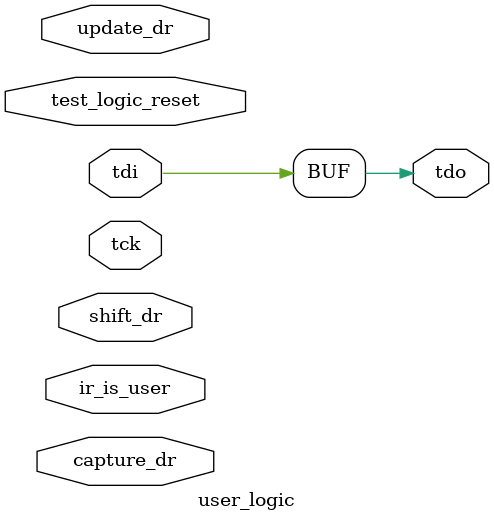
<source format=sv>
`timescale 1ns/1ps
`default_nettype none

module user_logic (
    input wire tck,
    input wire tdi,
    output logic tdo,

    input wire test_logic_reset,
    input wire ir_is_user,
    input wire capture_dr,
    input wire shift_dr,
    input wire update_dr
);

assign tdo = tdi;

endmodule
`default_nettype wire

</source>
